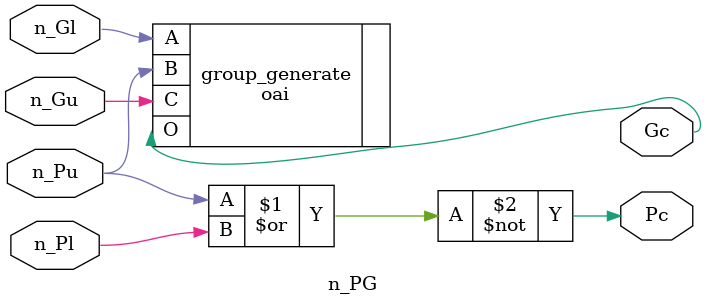
<source format=v>
/* 
    File: n_PG.v
    Author: Christian Gobrecht

    Description: 
        Structural model of Group Propagate/Generate CLA cell.
        Uses CMOS optimizations (NAND, NOR, XOR, XNOR, AOI, OAI only).
        Takes inverted P,G signals from constituent groups,
        Outputs noninverted P,G signals of combined group.
        Intended for educational purposes.

    Input: INVERTED signals for:
        Upper-group Propagate (n_Pu),
        Upper-group Generate (n_Gu),
        Lower-group Propagate (n_Pl),
        Lower-group Generate (n_Gl)

    Output: NON-INVERTED signals for:
        Combined Propagate (Pc),
        Combined Generate (Gc)
*/
`include "./components/oai.v"

`ifndef MODULE_n_PG
`define MODULE_n_PG

module n_PG (
    output Pc, Gc,
    input n_Pu, n_Gu, n_Pl, n_Gl
    );

    // Propagate (Pc) if: Upper Propagate (Pu) AND Lower Propagate (Pl)
    // DeMorgan's: Pc = (~Pu) ~| (~Pl) 
    nor group_propagate (Pc, n_Pu, n_Pl); 


    // Generate (Gc) if: Lower Generate (Gl) AND Upper Propagate (Pu)
    //                                       OR Upper Generate (Gu)
    //              
    // DeMorgan's: Gc = (~Gu) ~& ((~Pu) | (~Gl))
    oai group_generate (
        .O(Gc),
        .A(n_Gl),
        .B(n_Pu),
        .C(n_Gu)
        );

endmodule // n_PG

`endif
</source>
